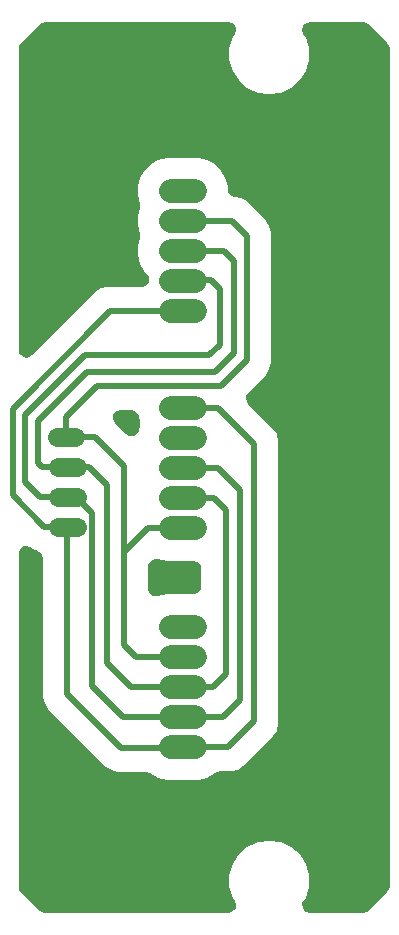
<source format=gbr>
G04 EAGLE Gerber RS-274X export*
G75*
%MOMM*%
%FSLAX34Y34*%
%LPD*%
%INBottom Copper*%
%IPPOS*%
%AMOC8*
5,1,8,0,0,1.08239X$1,22.5*%
G01*
G04 Define Apertures*
%ADD10C,1.590000*%
%ADD11C,2.000000*%
%ADD12C,0.508000*%
G36*
X1210966Y-767597D02*
X1208490Y-768100D01*
X1052986Y-768100D01*
X1050603Y-767636D01*
X1048496Y-766240D01*
X1032760Y-750504D01*
X1031403Y-748491D01*
X1030900Y-746014D01*
X1030900Y-463717D01*
X1031652Y-460719D01*
X1033265Y-458773D01*
X1035509Y-457610D01*
X1038029Y-457415D01*
X1040425Y-458218D01*
X1044504Y-460573D01*
X1045439Y-460823D01*
X1047243Y-461865D01*
X1047292Y-461780D01*
X1048185Y-462295D01*
X1049428Y-463233D01*
X1050857Y-465318D01*
X1051360Y-467794D01*
X1051360Y-585604D01*
X1052760Y-590828D01*
X1055464Y-595512D01*
X1104752Y-644800D01*
X1109436Y-647504D01*
X1114660Y-648904D01*
X1138725Y-648904D01*
X1141900Y-649755D01*
X1148892Y-653792D01*
X1156014Y-655700D01*
X1183386Y-655700D01*
X1190508Y-653792D01*
X1196892Y-650106D01*
X1196898Y-650100D01*
X1198912Y-648743D01*
X1201388Y-648240D01*
X1211004Y-648240D01*
X1216228Y-646840D01*
X1220912Y-644136D01*
X1246436Y-618612D01*
X1249140Y-613928D01*
X1250540Y-608704D01*
X1250540Y-368296D01*
X1249140Y-363072D01*
X1246436Y-358388D01*
X1225038Y-336990D01*
X1223721Y-335070D01*
X1223179Y-332601D01*
X1223642Y-330117D01*
X1225038Y-328010D01*
X1240436Y-312612D01*
X1243140Y-307928D01*
X1244540Y-302704D01*
X1244540Y-192296D01*
X1243140Y-187072D01*
X1240436Y-182388D01*
X1223912Y-165864D01*
X1219228Y-163160D01*
X1213899Y-161732D01*
X1211761Y-161333D01*
X1209632Y-159971D01*
X1208203Y-157887D01*
X1207700Y-155410D01*
X1207700Y-153214D01*
X1205792Y-146093D01*
X1202106Y-139708D01*
X1196892Y-134494D01*
X1190508Y-130808D01*
X1183386Y-128900D01*
X1156014Y-128900D01*
X1148893Y-130808D01*
X1142508Y-134494D01*
X1137294Y-139708D01*
X1133608Y-146093D01*
X1131700Y-153214D01*
X1131700Y-160586D01*
X1133675Y-167957D01*
X1133675Y-171244D01*
X1131700Y-178614D01*
X1131700Y-185986D01*
X1133675Y-193357D01*
X1133675Y-196644D01*
X1131700Y-204014D01*
X1131700Y-211386D01*
X1133608Y-218508D01*
X1137294Y-224892D01*
X1139522Y-227120D01*
X1140797Y-228948D01*
X1141379Y-231408D01*
X1140955Y-233899D01*
X1139593Y-236028D01*
X1137508Y-237457D01*
X1135032Y-237960D01*
X1105796Y-237960D01*
X1100572Y-239360D01*
X1095888Y-242064D01*
X1041740Y-296212D01*
X1039912Y-297487D01*
X1037452Y-298069D01*
X1034961Y-297645D01*
X1032832Y-296283D01*
X1031403Y-294199D01*
X1030900Y-291722D01*
X1030900Y-36186D01*
X1031364Y-33803D01*
X1032760Y-31696D01*
X1048496Y-15960D01*
X1050509Y-14603D01*
X1052986Y-14100D01*
X1208490Y-14100D01*
X1211751Y-15001D01*
X1213618Y-16705D01*
X1214672Y-19001D01*
X1214748Y-21528D01*
X1213832Y-23883D01*
X1211873Y-26931D01*
X1209138Y-36246D01*
X1209138Y-45954D01*
X1211873Y-55269D01*
X1217122Y-63437D01*
X1224459Y-69795D01*
X1233290Y-73828D01*
X1242900Y-75209D01*
X1252510Y-73828D01*
X1261341Y-69795D01*
X1268678Y-63437D01*
X1273927Y-55269D01*
X1276662Y-45954D01*
X1276662Y-36246D01*
X1273927Y-26931D01*
X1271968Y-23883D01*
X1270964Y-20652D01*
X1271387Y-18161D01*
X1272749Y-16032D01*
X1274834Y-14603D01*
X1277310Y-14100D01*
X1322814Y-14100D01*
X1325197Y-14564D01*
X1327304Y-15960D01*
X1343040Y-31696D01*
X1344397Y-33709D01*
X1344900Y-36186D01*
X1344900Y-746014D01*
X1344436Y-748397D01*
X1343040Y-750504D01*
X1327304Y-766240D01*
X1325291Y-767597D01*
X1322814Y-768100D01*
X1277310Y-768100D01*
X1274049Y-767199D01*
X1272182Y-765495D01*
X1271128Y-763199D01*
X1271052Y-760672D01*
X1271968Y-758317D01*
X1273927Y-755269D01*
X1276662Y-745954D01*
X1276662Y-736246D01*
X1273927Y-726931D01*
X1268678Y-718763D01*
X1261341Y-712406D01*
X1252510Y-708372D01*
X1242900Y-706991D01*
X1233290Y-708372D01*
X1224459Y-712406D01*
X1217122Y-718763D01*
X1211873Y-726931D01*
X1209138Y-736246D01*
X1209138Y-745954D01*
X1211873Y-755269D01*
X1213832Y-758317D01*
X1214837Y-761548D01*
X1214413Y-764039D01*
X1213051Y-766168D01*
X1210966Y-767597D01*
G37*
G36*
X1128882Y-364091D02*
X1126414Y-364634D01*
X1123930Y-364170D01*
X1121823Y-362775D01*
X1112428Y-353380D01*
X1111153Y-351552D01*
X1110571Y-349092D01*
X1110995Y-346601D01*
X1112357Y-344472D01*
X1114441Y-343043D01*
X1116918Y-342540D01*
X1126252Y-342540D01*
X1129339Y-343341D01*
X1131259Y-344984D01*
X1132386Y-347247D01*
X1133675Y-352057D01*
X1133675Y-355344D01*
X1132446Y-359928D01*
X1130944Y-362629D01*
X1128882Y-364091D01*
G37*
G36*
X1148534Y-500104D02*
X1147092Y-500318D01*
X1144601Y-499894D01*
X1142472Y-498532D01*
X1141043Y-496447D01*
X1140540Y-493971D01*
X1140540Y-474729D01*
X1140707Y-473282D01*
X1141761Y-470985D01*
X1143628Y-469281D01*
X1146011Y-468440D01*
X1148534Y-468596D01*
X1156014Y-470600D01*
X1179110Y-470600D01*
X1181399Y-471027D01*
X1183528Y-472389D01*
X1184957Y-474473D01*
X1185460Y-476950D01*
X1185460Y-491750D01*
X1185033Y-494039D01*
X1183671Y-496168D01*
X1181587Y-497597D01*
X1179110Y-498100D01*
X1156014Y-498100D01*
X1148534Y-500104D01*
G37*
D10*
X1079850Y-441433D02*
X1063950Y-441433D01*
X1063950Y-416033D02*
X1079850Y-416033D01*
X1079850Y-390633D02*
X1063950Y-390633D01*
X1062950Y-365233D02*
X1078850Y-365233D01*
D11*
X1159700Y-627700D02*
X1179700Y-627700D01*
X1179700Y-602300D02*
X1159700Y-602300D01*
X1159700Y-576900D02*
X1179700Y-576900D01*
X1179700Y-551500D02*
X1159700Y-551500D01*
X1159700Y-526100D02*
X1179700Y-526100D01*
X1179700Y-442600D02*
X1159700Y-442600D01*
X1159700Y-417200D02*
X1179700Y-417200D01*
X1179700Y-391800D02*
X1159700Y-391800D01*
X1159700Y-366400D02*
X1179700Y-366400D01*
X1179700Y-341000D02*
X1159700Y-341000D01*
X1159700Y-258500D02*
X1179700Y-258500D01*
X1179700Y-233100D02*
X1159700Y-233100D01*
X1159700Y-207700D02*
X1179700Y-207700D01*
X1179700Y-182300D02*
X1159700Y-182300D01*
X1159700Y-156900D02*
X1179700Y-156900D01*
D12*
X1071900Y-441433D02*
X1052433Y-441433D01*
X1108500Y-258500D02*
X1169700Y-258500D01*
X1071900Y-441433D02*
X1071900Y-582900D01*
X1052433Y-441433D02*
X1025600Y-414600D01*
X1025600Y-341400D01*
X1108500Y-258500D01*
X1169700Y-341000D02*
X1200000Y-341000D01*
X1230000Y-371000D01*
X1230000Y-606000D01*
X1208300Y-627700D01*
X1169700Y-627700D01*
X1117364Y-628364D02*
X1071900Y-582900D01*
X1117364Y-628364D02*
X1169000Y-628364D01*
X1071900Y-416033D02*
X1049033Y-416033D01*
X1036000Y-403000D01*
X1036000Y-347000D01*
X1087000Y-296000D01*
X1192000Y-296000D01*
X1201000Y-287000D01*
X1201000Y-240000D01*
X1169700Y-602300D02*
X1119300Y-602300D01*
X1093000Y-576000D01*
X1093000Y-430000D01*
X1079033Y-416033D01*
X1071900Y-416033D01*
X1169700Y-602300D02*
X1203700Y-602300D01*
X1218000Y-588000D01*
X1218000Y-410000D01*
X1199800Y-391800D01*
X1169700Y-391800D01*
X1201000Y-240000D02*
X1193436Y-232436D01*
X1170364Y-232436D01*
X1169700Y-233100D01*
X1071900Y-390633D02*
X1050633Y-390633D01*
X1047000Y-387000D01*
X1047000Y-352000D01*
X1089000Y-310000D01*
X1197000Y-310000D01*
X1213000Y-294000D01*
X1213000Y-216000D01*
X1204700Y-207700D01*
X1169700Y-207700D01*
X1169700Y-576900D02*
X1125900Y-576900D01*
X1106000Y-557000D01*
X1106000Y-406000D01*
X1090633Y-390633D01*
X1071900Y-390633D01*
X1169700Y-417200D02*
X1196200Y-417200D01*
X1206000Y-427000D01*
X1206000Y-566000D01*
X1195100Y-576900D01*
X1169700Y-576900D01*
X1070900Y-365233D02*
X1070900Y-348100D01*
X1097000Y-322000D01*
X1202000Y-322000D02*
X1224000Y-300000D01*
X1224000Y-195000D01*
X1211300Y-182300D01*
X1169700Y-182300D01*
X1202000Y-322000D02*
X1097000Y-322000D01*
X1130500Y-551500D02*
X1169700Y-551500D01*
X1130500Y-551500D02*
X1120000Y-541000D01*
X1120000Y-463000D01*
X1120000Y-390000D01*
X1095233Y-365233D01*
X1070900Y-365233D01*
X1140400Y-442600D02*
X1169700Y-442600D01*
X1140400Y-442600D02*
X1120000Y-463000D01*
M02*

</source>
